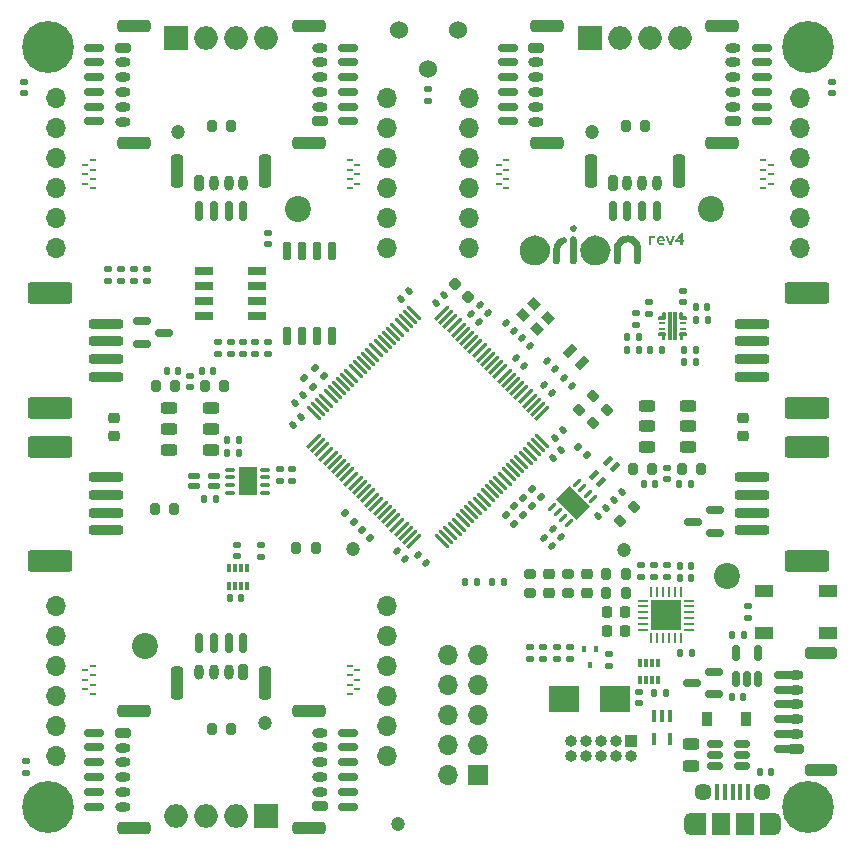
<source format=gts>
G04 #@! TF.GenerationSoftware,KiCad,Pcbnew,7.0.1*
G04 #@! TF.CreationDate,2023-07-10T20:02:04+02:00*
G04 #@! TF.ProjectId,orion_pcb,6f72696f-6e5f-4706-9362-2e6b69636164,4*
G04 #@! TF.SameCoordinates,Original*
G04 #@! TF.FileFunction,Soldermask,Top*
G04 #@! TF.FilePolarity,Negative*
%FSLAX46Y46*%
G04 Gerber Fmt 4.6, Leading zero omitted, Abs format (unit mm)*
G04 Created by KiCad (PCBNEW 7.0.1) date 2023-07-10 20:02:04*
%MOMM*%
%LPD*%
G01*
G04 APERTURE LIST*
G04 Aperture macros list*
%AMRoundRect*
0 Rectangle with rounded corners*
0 $1 Rounding radius*
0 $2 $3 $4 $5 $6 $7 $8 $9 X,Y pos of 4 corners*
0 Add a 4 corners polygon primitive as box body*
4,1,4,$2,$3,$4,$5,$6,$7,$8,$9,$2,$3,0*
0 Add four circle primitives for the rounded corners*
1,1,$1+$1,$2,$3*
1,1,$1+$1,$4,$5*
1,1,$1+$1,$6,$7*
1,1,$1+$1,$8,$9*
0 Add four rect primitives between the rounded corners*
20,1,$1+$1,$2,$3,$4,$5,0*
20,1,$1+$1,$4,$5,$6,$7,0*
20,1,$1+$1,$6,$7,$8,$9,0*
20,1,$1+$1,$8,$9,$2,$3,0*%
%AMRotRect*
0 Rectangle, with rotation*
0 The origin of the aperture is its center*
0 $1 length*
0 $2 width*
0 $3 Rotation angle, in degrees counterclockwise*
0 Add horizontal line*
21,1,$1,$2,0,0,$3*%
%AMOutline5P*
0 Free polygon, 5 corners , with rotation*
0 The origin of the aperture is its center*
0 number of corners: always 5*
0 $1 to $10 corner X, Y*
0 $11 Rotation angle, in degrees counterclockwise*
0 create outline with 5 corners*
4,1,5,$1,$2,$3,$4,$5,$6,$7,$8,$9,$10,$1,$2,$11*%
%AMOutline6P*
0 Free polygon, 6 corners , with rotation*
0 The origin of the aperture is its center*
0 number of corners: always 6*
0 $1 to $12 corner X, Y*
0 $13 Rotation angle, in degrees counterclockwise*
0 create outline with 6 corners*
4,1,6,$1,$2,$3,$4,$5,$6,$7,$8,$9,$10,$11,$12,$1,$2,$13*%
%AMOutline7P*
0 Free polygon, 7 corners , with rotation*
0 The origin of the aperture is its center*
0 number of corners: always 7*
0 $1 to $14 corner X, Y*
0 $15 Rotation angle, in degrees counterclockwise*
0 create outline with 7 corners*
4,1,7,$1,$2,$3,$4,$5,$6,$7,$8,$9,$10,$11,$12,$13,$14,$1,$2,$15*%
%AMOutline8P*
0 Free polygon, 8 corners , with rotation*
0 The origin of the aperture is its center*
0 number of corners: always 8*
0 $1 to $16 corner X, Y*
0 $17 Rotation angle, in degrees counterclockwise*
0 create outline with 8 corners*
4,1,8,$1,$2,$3,$4,$5,$6,$7,$8,$9,$10,$11,$12,$13,$14,$15,$16,$1,$2,$17*%
%AMFreePoly0*
4,1,21,-0.500000,0.100000,-0.492388,0.138268,-0.470711,0.170711,-0.438268,0.192388,-0.400000,0.200000,0.400000,0.200000,0.438268,0.192388,0.470711,0.170711,0.492388,0.138268,0.500000,0.100000,0.500000,-0.100000,0.492388,-0.138268,0.470711,-0.170711,0.438268,-0.192388,0.400000,-0.200000,-0.400000,-0.200000,-0.438268,-0.192388,-0.470711,-0.170711,-0.492388,-0.138268,-0.500000,-0.100000,
-0.500000,0.100000,-0.500000,0.100000,$1*%
G04 Aperture macros list end*
%ADD10C,1.105776*%
%ADD11RotRect,0.600000X1.100000X135.000000*%
%ADD12RoundRect,0.140000X0.140000X0.170000X-0.140000X0.170000X-0.140000X-0.170000X0.140000X-0.170000X0*%
%ADD13RoundRect,0.075000X-0.194454X-0.300520X0.300520X0.194454X0.194454X0.300520X-0.300520X-0.194454X0*%
%ADD14RotRect,1.600000X2.400000X45.000000*%
%ADD15FreePoly0,270.000000*%
%ADD16RoundRect,0.100000X-0.100000X0.400000X-0.100000X-0.400000X0.100000X-0.400000X0.100000X0.400000X0*%
%ADD17RoundRect,0.140000X-0.219203X-0.021213X-0.021213X-0.219203X0.219203X0.021213X0.021213X0.219203X0*%
%ADD18RoundRect,0.075000X0.459619X0.565685X-0.565685X-0.459619X-0.459619X-0.565685X0.565685X0.459619X0*%
%ADD19RoundRect,0.075000X-0.459619X0.565685X-0.565685X0.459619X0.459619X-0.565685X0.565685X-0.459619X0*%
%ADD20RoundRect,0.135000X-0.185000X0.135000X-0.185000X-0.135000X0.185000X-0.135000X0.185000X0.135000X0*%
%ADD21C,1.200000*%
%ADD22RoundRect,0.140000X-0.140000X-0.170000X0.140000X-0.170000X0.140000X0.170000X-0.140000X0.170000X0*%
%ADD23RoundRect,0.200000X-0.200000X-0.275000X0.200000X-0.275000X0.200000X0.275000X-0.200000X0.275000X0*%
%ADD24R,0.625000X0.200000*%
%ADD25C,2.200000*%
%ADD26C,0.700000*%
%ADD27C,4.400000*%
%ADD28RoundRect,0.200000X1.250000X-0.200000X1.250000X0.200000X-1.250000X0.200000X-1.250000X-0.200000X0*%
%ADD29RoundRect,0.250000X1.650000X-0.650000X1.650000X0.650000X-1.650000X0.650000X-1.650000X-0.650000X0*%
%ADD30RoundRect,0.135000X0.185000X-0.135000X0.185000X0.135000X-0.185000X0.135000X-0.185000X-0.135000X0*%
%ADD31RoundRect,0.135000X-0.135000X-0.185000X0.135000X-0.185000X0.135000X0.185000X-0.135000X0.185000X0*%
%ADD32RoundRect,0.150000X0.587500X0.150000X-0.587500X0.150000X-0.587500X-0.150000X0.587500X-0.150000X0*%
%ADD33RoundRect,0.140000X0.021213X-0.219203X0.219203X-0.021213X-0.021213X0.219203X-0.219203X0.021213X0*%
%ADD34RoundRect,0.150000X-0.587500X-0.150000X0.587500X-0.150000X0.587500X0.150000X-0.587500X0.150000X0*%
%ADD35RoundRect,0.135000X0.135000X0.185000X-0.135000X0.185000X-0.135000X-0.185000X0.135000X-0.185000X0*%
%ADD36RoundRect,0.140000X-0.170000X0.140000X-0.170000X-0.140000X0.170000X-0.140000X0.170000X0.140000X0*%
%ADD37RoundRect,0.140000X-0.021213X0.219203X-0.219203X0.021213X0.021213X-0.219203X0.219203X-0.021213X0*%
%ADD38RoundRect,0.135000X0.226274X0.035355X0.035355X0.226274X-0.226274X-0.035355X-0.035355X-0.226274X0*%
%ADD39RotRect,0.800000X0.900000X225.000000*%
%ADD40RoundRect,0.140000X0.219203X0.021213X0.021213X0.219203X-0.219203X-0.021213X-0.021213X-0.219203X0*%
%ADD41R,2.000000X2.000000*%
%ADD42O,2.000000X2.000000*%
%ADD43O,1.700000X1.700000*%
%ADD44R,0.400000X1.350000*%
%ADD45O,1.200000X1.900000*%
%ADD46R,1.200000X1.900000*%
%ADD47C,1.450000*%
%ADD48R,1.500000X1.900000*%
%ADD49RoundRect,0.218750X-0.256250X0.218750X-0.256250X-0.218750X0.256250X-0.218750X0.256250X0.218750X0*%
%ADD50RoundRect,0.135000X-0.226274X-0.035355X-0.035355X-0.226274X0.226274X0.035355X0.035355X0.226274X0*%
%ADD51RoundRect,0.150000X-0.700000X0.150000X-0.700000X-0.150000X0.700000X-0.150000X0.700000X0.150000X0*%
%ADD52RoundRect,0.200000X-0.450000X0.200000X-0.450000X-0.200000X0.450000X-0.200000X0.450000X0.200000X0*%
%ADD53O,1.300000X0.800000*%
%ADD54RoundRect,0.250000X-1.150000X0.250000X-1.150000X-0.250000X1.150000X-0.250000X1.150000X0.250000X0*%
%ADD55RoundRect,0.200000X0.200000X0.275000X-0.200000X0.275000X-0.200000X-0.275000X0.200000X-0.275000X0*%
%ADD56RoundRect,0.140000X0.170000X-0.140000X0.170000X0.140000X-0.170000X0.140000X-0.170000X-0.140000X0*%
%ADD57Outline7P,-0.304999X0.089998X-0.245000X0.149997X0.245000X0.149997X0.304999X0.089998X0.304999X-0.089998X0.245000X-0.149997X-0.304999X-0.149997X180.000000*%
%ADD58Outline6P,-0.127500X0.175001X0.127500X0.175001X0.127500X-0.124001X0.076500X-0.175001X-0.076500X-0.175001X-0.127500X-0.124001X180.000000*%
%ADD59R,0.599999X0.249999*%
%ADD60Outline7P,-0.304999X0.089998X-0.245000X0.149997X0.245000X0.149997X0.304999X0.089998X0.304999X-0.149997X-0.245000X-0.149997X-0.304999X-0.089998X0.000000*%
%ADD61Outline6P,-0.125000X0.175003X0.125000X0.175003X0.125000X-0.125003X0.075000X-0.175003X-0.075000X-0.175003X-0.125000X-0.125003X0.000000*%
%ADD62R,0.299999X2.400000*%
%ADD63Outline7P,-0.304999X0.089998X-0.245000X0.149997X0.245000X0.149997X0.304999X0.089998X0.304999X-0.089998X0.245000X-0.149997X-0.304999X-0.149997X0.000000*%
%ADD64Outline7P,-0.304999X0.089998X-0.245000X0.149997X0.245000X0.149997X0.304999X0.089998X0.304999X-0.149997X-0.245000X-0.149997X-0.304999X-0.089998X180.000000*%
%ADD65RoundRect,0.250000X-0.450000X-0.250000X0.450000X-0.250000X0.450000X0.250000X-0.450000X0.250000X0*%
%ADD66RoundRect,0.150000X0.150000X-0.650000X0.150000X0.650000X-0.150000X0.650000X-0.150000X-0.650000X0*%
%ADD67R,0.900000X1.200000*%
%ADD68RoundRect,0.218750X-0.218750X-0.256250X0.218750X-0.256250X0.218750X0.256250X-0.218750X0.256250X0*%
%ADD69RoundRect,0.200000X-1.250000X0.200000X-1.250000X-0.200000X1.250000X-0.200000X1.250000X0.200000X0*%
%ADD70RoundRect,0.250000X-1.650000X0.650000X-1.650000X-0.650000X1.650000X-0.650000X1.650000X0.650000X0*%
%ADD71RoundRect,0.218750X0.256250X-0.218750X0.256250X0.218750X-0.256250X0.218750X-0.256250X-0.218750X0*%
%ADD72RoundRect,0.218750X0.335876X0.026517X0.026517X0.335876X-0.335876X-0.026517X-0.026517X-0.335876X0*%
%ADD73RoundRect,0.200000X-0.053033X0.335876X-0.335876X0.053033X0.053033X-0.335876X0.335876X-0.053033X0*%
%ADD74RoundRect,0.150000X0.150000X-0.512500X0.150000X0.512500X-0.150000X0.512500X-0.150000X-0.512500X0*%
%ADD75R,1.600000X0.760000*%
%ADD76RoundRect,0.150000X0.700000X-0.150000X0.700000X0.150000X-0.700000X0.150000X-0.700000X-0.150000X0*%
%ADD77RoundRect,0.200000X0.450000X-0.200000X0.450000X0.200000X-0.450000X0.200000X-0.450000X-0.200000X0*%
%ADD78RoundRect,0.250000X1.150000X-0.250000X1.150000X0.250000X-1.150000X0.250000X-1.150000X-0.250000X0*%
%ADD79RoundRect,0.075000X0.350000X0.075000X-0.350000X0.075000X-0.350000X-0.075000X0.350000X-0.075000X0*%
%ADD80R,1.600000X2.400000*%
%ADD81RoundRect,0.250000X0.450000X0.250000X-0.450000X0.250000X-0.450000X-0.250000X0.450000X-0.250000X0*%
%ADD82RoundRect,0.200000X0.053033X-0.335876X0.335876X-0.053033X-0.053033X0.335876X-0.335876X0.053033X0*%
%ADD83RoundRect,0.062500X0.350000X0.062500X-0.350000X0.062500X-0.350000X-0.062500X0.350000X-0.062500X0*%
%ADD84RoundRect,0.062500X0.062500X0.350000X-0.062500X0.350000X-0.062500X-0.350000X0.062500X-0.350000X0*%
%ADD85R,2.600000X2.600000*%
%ADD86RoundRect,0.200000X-0.200000X-0.450000X0.200000X-0.450000X0.200000X0.450000X-0.200000X0.450000X0*%
%ADD87RoundRect,0.150000X-0.150000X-0.700000X0.150000X-0.700000X0.150000X0.700000X-0.150000X0.700000X0*%
%ADD88O,0.800000X1.300000*%
%ADD89RoundRect,0.250000X-0.250000X-1.150000X0.250000X-1.150000X0.250000X1.150000X-0.250000X1.150000X0*%
%ADD90RoundRect,0.020000X0.430000X-0.180000X0.430000X0.180000X-0.430000X0.180000X-0.430000X-0.180000X0*%
%ADD91R,0.400000X0.510000*%
%ADD92RoundRect,0.075000X-0.075000X0.275000X-0.075000X-0.275000X0.075000X-0.275000X0.075000X0.275000X0*%
%ADD93R,1.000000X1.000000*%
%ADD94O,1.000000X1.000000*%
%ADD95R,1.700000X1.700000*%
%ADD96RoundRect,0.243750X0.456250X-0.243750X0.456250X0.243750X-0.456250X0.243750X-0.456250X-0.243750X0*%
%ADD97RoundRect,0.020000X-0.431335X-0.176777X-0.176777X-0.431335X0.431335X0.176777X0.176777X0.431335X0*%
%ADD98RoundRect,0.200000X0.200000X0.450000X-0.200000X0.450000X-0.200000X-0.450000X0.200000X-0.450000X0*%
%ADD99RoundRect,0.150000X0.150000X0.700000X-0.150000X0.700000X-0.150000X-0.700000X0.150000X-0.700000X0*%
%ADD100RoundRect,0.250000X0.250000X1.150000X-0.250000X1.150000X-0.250000X-1.150000X0.250000X-1.150000X0*%
%ADD101C,1.524000*%
%ADD102RoundRect,0.150000X0.512500X0.150000X-0.512500X0.150000X-0.512500X-0.150000X0.512500X-0.150000X0*%
%ADD103R,2.500000X2.300000*%
%ADD104RoundRect,0.200000X-0.275000X0.200000X-0.275000X-0.200000X0.275000X-0.200000X0.275000X0.200000X0*%
%ADD105RoundRect,0.250000X1.100000X-0.250000X1.100000X0.250000X-1.100000X0.250000X-1.100000X-0.250000X0*%
%ADD106R,1.500000X1.000000*%
%ADD107RoundRect,0.075000X0.075000X-0.275000X0.075000X0.275000X-0.075000X0.275000X-0.075000X-0.275000X0*%
G04 APERTURE END LIST*
D10*
X164676861Y-85034107D02*
G75*
G03*
X164676861Y-85034107I-552888J0D01*
G01*
X159585692Y-85034107D02*
G75*
G03*
X159585692Y-85034107I-552888J0D01*
G01*
G36*
X170100001Y-90300001D02*
G01*
X170100001Y-90850002D01*
X170049999Y-90900002D01*
X169550000Y-90900000D01*
X169500000Y-90850002D01*
X169500000Y-90650000D01*
X169550000Y-90600000D01*
X169849999Y-90600000D01*
X169849999Y-90300001D01*
X169899999Y-90250001D01*
X170049999Y-90250001D01*
X170100001Y-90300001D01*
G37*
G36*
X170099999Y-92050002D02*
G01*
X170100001Y-92600001D01*
X170049999Y-92650001D01*
X169900002Y-92650001D01*
X169850002Y-92600001D01*
X169849999Y-92300002D01*
X169550000Y-92300002D01*
X169500000Y-92250002D01*
X169500000Y-92050000D01*
X169550000Y-92000002D01*
X170049999Y-92000000D01*
X170099999Y-92050002D01*
G37*
G36*
X171549998Y-90300001D02*
G01*
X171550001Y-90600000D01*
X171850000Y-90600000D01*
X171900000Y-90650000D01*
X171900000Y-90850002D01*
X171850000Y-90900000D01*
X171350001Y-90900002D01*
X171299999Y-90850002D01*
X171299999Y-90300001D01*
X171350001Y-90250001D01*
X171499998Y-90250001D01*
X171549998Y-90300001D01*
G37*
G36*
X171850000Y-92000002D02*
G01*
X171910000Y-92060000D01*
X171910000Y-92240001D01*
X171850000Y-92300002D01*
X171550001Y-92300002D01*
X171549998Y-92600001D01*
X171499998Y-92650001D01*
X171350001Y-92650001D01*
X171299999Y-92600001D01*
X171300000Y-92060001D01*
X171360000Y-92000001D01*
X171850000Y-92000002D01*
G37*
G36*
X162530906Y-82982656D02*
G01*
X162602344Y-83180300D01*
X162528525Y-83375563D01*
X162307069Y-83463669D01*
X162095137Y-83375563D01*
X162026081Y-83180300D01*
X162097519Y-82982656D01*
X162316594Y-82892169D01*
X162530906Y-82982656D01*
G37*
G36*
X162511856Y-83920869D02*
G01*
X162602344Y-84139944D01*
X162602344Y-85935406D01*
X162511856Y-86152100D01*
X162311831Y-86225919D01*
X162111806Y-86152100D01*
X162021319Y-85935406D01*
X162021319Y-84139944D01*
X162111806Y-83920869D01*
X162311831Y-83849431D01*
X162511856Y-83920869D01*
G37*
G36*
X161704612Y-83949444D02*
G01*
X161778431Y-84154231D01*
X161778431Y-84173281D01*
X161764144Y-84254244D01*
X161709375Y-84354256D01*
X161583169Y-84435219D01*
X161311706Y-84613813D01*
X161199787Y-84906706D01*
X161181928Y-85106136D01*
X161180737Y-85342475D01*
X161186095Y-85620486D01*
X161187881Y-85944931D01*
X161095012Y-86154481D01*
X160892606Y-86225919D01*
X160694962Y-86156863D01*
X160606856Y-85944931D01*
X160606856Y-84968619D01*
X160634241Y-84732280D01*
X160706869Y-84518563D01*
X160812239Y-84331634D01*
X160937850Y-84175663D01*
X161228362Y-83958969D01*
X161511731Y-83882769D01*
X161704612Y-83949444D01*
G37*
G36*
X167137434Y-83795258D02*
G01*
X167341031Y-83847050D01*
X167530341Y-83933370D01*
X167698219Y-84054219D01*
X167839903Y-84211381D01*
X167950631Y-84406644D01*
X168022069Y-84638816D01*
X168045881Y-84906706D01*
X168045881Y-85935406D01*
X167953013Y-86152100D01*
X167750606Y-86225919D01*
X167550581Y-86154481D01*
X167460094Y-85935406D01*
X167460094Y-84906706D01*
X167410087Y-84666200D01*
X167281500Y-84494750D01*
X167098144Y-84389975D01*
X166888594Y-84354256D01*
X166681425Y-84389975D01*
X166500450Y-84494750D01*
X166371862Y-84666200D01*
X166321856Y-84906706D01*
X166321856Y-85935406D01*
X166231369Y-86152100D01*
X166031344Y-86225919D01*
X165831319Y-86152100D01*
X165740831Y-85935406D01*
X165740831Y-84906706D01*
X165766430Y-84647150D01*
X165843225Y-84420931D01*
X165962287Y-84228050D01*
X166114687Y-84068506D01*
X166294472Y-83942895D01*
X166495688Y-83851813D01*
X166709405Y-83796448D01*
X166926694Y-83777994D01*
X167137434Y-83795258D01*
G37*
G36*
X158772698Y-86262828D02*
G01*
X158528025Y-86187819D01*
X158308355Y-86069947D01*
X158120831Y-85916356D01*
X157967836Y-85730619D01*
X157851750Y-85516306D01*
X157778527Y-85281753D01*
X157754119Y-85035294D01*
X157754351Y-85032913D01*
X158339906Y-85032913D01*
X158416106Y-85361525D01*
X158647087Y-85613938D01*
X158821514Y-85690733D01*
X159035231Y-85716331D01*
X159248948Y-85690733D01*
X159423375Y-85613938D01*
X159654356Y-85361525D01*
X159730556Y-85032913D01*
X159654356Y-84704300D01*
X159423375Y-84451888D01*
X159248948Y-84375092D01*
X159035231Y-84349494D01*
X158825086Y-84375092D01*
X158651850Y-84451888D01*
X158418487Y-84704300D01*
X158339906Y-85032913D01*
X157754351Y-85032913D01*
X157778527Y-84785263D01*
X157851750Y-84549519D01*
X157968431Y-84335206D01*
X158123212Y-84149469D01*
X158311927Y-83995878D01*
X158530406Y-83878006D01*
X158773294Y-83802997D01*
X159035231Y-83777994D01*
X159297169Y-83802402D01*
X159540056Y-83875625D01*
X159758536Y-83991711D01*
X159947250Y-84144706D01*
X160102627Y-84330444D01*
X160221094Y-84544756D01*
X160296103Y-84781691D01*
X160321106Y-85035294D01*
X160296698Y-85284730D01*
X160223475Y-85518688D01*
X160106794Y-85731214D01*
X159952012Y-85916356D01*
X159762703Y-86069947D01*
X159542437Y-86187819D01*
X159297764Y-86262828D01*
X159035231Y-86287831D01*
X158772698Y-86262828D01*
G37*
G36*
X163906673Y-86262828D02*
G01*
X163662000Y-86187819D01*
X163442330Y-86069947D01*
X163254806Y-85916356D01*
X163101811Y-85730619D01*
X162985725Y-85516306D01*
X162912502Y-85281753D01*
X162888094Y-85035294D01*
X162888326Y-85032913D01*
X163473881Y-85032913D01*
X163550081Y-85361525D01*
X163781062Y-85613938D01*
X163955489Y-85690733D01*
X164169206Y-85716331D01*
X164382923Y-85690733D01*
X164557350Y-85613938D01*
X164788331Y-85361525D01*
X164864531Y-85032913D01*
X164788331Y-84704300D01*
X164557350Y-84451888D01*
X164382923Y-84375092D01*
X164169206Y-84349494D01*
X163959061Y-84375092D01*
X163785825Y-84451888D01*
X163552462Y-84704300D01*
X163473881Y-85032913D01*
X162888326Y-85032913D01*
X162912502Y-84785263D01*
X162985725Y-84549519D01*
X163102406Y-84335206D01*
X163257187Y-84149469D01*
X163445902Y-83995878D01*
X163664381Y-83878006D01*
X163907269Y-83802997D01*
X164169206Y-83777994D01*
X164431144Y-83802402D01*
X164674031Y-83875625D01*
X164892511Y-83991711D01*
X165081225Y-84144706D01*
X165236602Y-84330444D01*
X165355069Y-84544756D01*
X165430078Y-84781691D01*
X165455081Y-85035294D01*
X165430673Y-85284730D01*
X165357450Y-85518688D01*
X165240769Y-85731214D01*
X165085987Y-85916356D01*
X164896678Y-86069947D01*
X164676413Y-86187819D01*
X164431739Y-86262828D01*
X164169206Y-86287831D01*
X163906673Y-86262828D01*
G37*
G36*
X169062648Y-83807882D02*
G01*
X169125354Y-83813438D01*
X169192823Y-83822963D01*
X169253942Y-83838044D01*
X169219017Y-84019019D01*
X169173773Y-84009494D01*
X169120592Y-84000763D01*
X169068204Y-83995207D01*
X169025341Y-83993619D01*
X168944379Y-83997588D01*
X168863416Y-84012669D01*
X168863416Y-84566707D01*
X168666567Y-84566707D01*
X168666567Y-83869794D01*
X168745346Y-83843998D01*
X168826110Y-83823757D01*
X168914812Y-83810660D01*
X169017404Y-83806294D01*
X169062648Y-83807882D01*
G37*
G36*
X170949392Y-84334932D02*
G01*
X170949392Y-84192057D01*
X170958517Y-84174594D01*
X171136717Y-84174594D01*
X171358967Y-84174594D01*
X171358967Y-83828519D01*
X171300229Y-83906307D01*
X171240698Y-83992826D01*
X171184342Y-84084107D01*
X171136717Y-84174594D01*
X170958517Y-84174594D01*
X170983920Y-84125977D01*
X171027179Y-84051563D01*
X171077185Y-83971990D01*
X171131954Y-83890432D01*
X171190692Y-83808477D01*
X171252604Y-83727713D01*
X171316104Y-83651712D01*
X171379604Y-83584044D01*
X171554229Y-83584044D01*
X171554229Y-84174594D01*
X171660592Y-84174594D01*
X171660592Y-84334932D01*
X171554229Y-84334932D01*
X171554229Y-84566707D01*
X171358967Y-84566707D01*
X171358967Y-84334932D01*
X171136717Y-84334932D01*
X170949392Y-84334932D01*
G37*
G36*
X170355468Y-83882891D02*
G01*
X170373923Y-83949169D01*
X170394362Y-84017630D01*
X170415992Y-84086488D01*
X170438415Y-84154552D01*
X170461235Y-84220632D01*
X170504892Y-84339695D01*
X170550929Y-84220632D01*
X170576131Y-84154552D01*
X170600935Y-84086488D01*
X170625145Y-84017630D01*
X170648560Y-83949169D01*
X170669396Y-83882891D01*
X170685867Y-83820582D01*
X170884304Y-83820582D01*
X170850074Y-83931062D01*
X170814057Y-84037077D01*
X170776255Y-84138628D01*
X170736667Y-84235713D01*
X170683750Y-84356804D01*
X170632950Y-84467135D01*
X170584267Y-84566707D01*
X170420754Y-84566707D01*
X170372864Y-84467135D01*
X170324446Y-84356804D01*
X170275498Y-84235713D01*
X170239035Y-84138628D01*
X170203465Y-84037077D01*
X170168788Y-83931062D01*
X170135004Y-83820582D01*
X170339792Y-83820582D01*
X170355468Y-83882891D01*
G37*
G36*
X169569854Y-84257144D02*
G01*
X169584935Y-84322430D01*
X169630179Y-84372238D01*
X169699235Y-84403790D01*
X169785754Y-84414307D01*
X169897673Y-84401607D01*
X169987367Y-84376207D01*
X170014354Y-84542895D01*
X169906404Y-84572263D01*
X169777817Y-84584169D01*
X169687527Y-84578018D01*
X169607160Y-84559563D01*
X169537310Y-84529004D01*
X169478573Y-84486538D01*
X169431543Y-84432365D01*
X169396817Y-84366682D01*
X169375385Y-84289291D01*
X169368242Y-84199994D01*
X169374585Y-84122207D01*
X169569854Y-84122207D01*
X169868304Y-84122207D01*
X169860367Y-84064263D01*
X169834967Y-84014257D01*
X169790517Y-83978538D01*
X169723842Y-83965044D01*
X169657960Y-83977744D01*
X169611923Y-84012669D01*
X169583348Y-84063469D01*
X169569854Y-84122207D01*
X169374585Y-84122207D01*
X169375782Y-84107523D01*
X169398404Y-84026957D01*
X169433329Y-83958496D01*
X169477779Y-83902338D01*
X169530563Y-83858484D01*
X169590492Y-83826932D01*
X169654785Y-83807882D01*
X169720667Y-83801532D01*
X169821914Y-83812380D01*
X169905522Y-83844924D01*
X169971492Y-83899163D01*
X170019117Y-83974217D01*
X170047692Y-84069202D01*
X170057217Y-84184120D01*
X170056423Y-84223807D01*
X170054042Y-84257144D01*
X169868304Y-84257144D01*
X169569854Y-84257144D01*
G37*
D11*
X163019975Y-94569975D03*
X162030025Y-93580025D03*
D12*
X128830000Y-95275000D03*
X127870000Y-95275000D03*
D13*
X160535195Y-106760481D03*
X160994814Y-107220100D03*
X161454434Y-107679720D03*
X161914053Y-108139339D03*
X163964663Y-106088729D03*
X163505044Y-105629110D03*
X163045424Y-105169490D03*
X162585805Y-104709871D03*
D14*
X162249929Y-106424605D03*
D15*
X170450000Y-124500000D03*
X169800000Y-124500000D03*
X169150000Y-124500000D03*
X169150000Y-126400000D03*
D16*
X170450000Y-126400000D03*
D17*
X154425000Y-89700000D03*
X155103822Y-90378822D03*
D18*
X159669685Y-98815596D03*
X159316132Y-98462043D03*
X158962578Y-98108489D03*
X158609025Y-97754936D03*
X158255472Y-97401383D03*
X157901918Y-97047829D03*
X157548365Y-96694276D03*
X157194811Y-96340722D03*
X156841258Y-95987169D03*
X156487705Y-95633616D03*
X156134151Y-95280062D03*
X155780598Y-94926509D03*
X155427045Y-94572955D03*
X155073491Y-94219402D03*
X154719938Y-93865849D03*
X154366384Y-93512295D03*
X154012831Y-93158742D03*
X153659278Y-92805189D03*
X153305724Y-92451635D03*
X152952171Y-92098082D03*
X152598617Y-91744528D03*
X152245064Y-91390975D03*
X151891511Y-91037422D03*
X151537957Y-90683868D03*
X151184404Y-90330315D03*
D19*
X148815596Y-90330315D03*
X148462043Y-90683868D03*
X148108489Y-91037422D03*
X147754936Y-91390975D03*
X147401383Y-91744528D03*
X147047829Y-92098082D03*
X146694276Y-92451635D03*
X146340722Y-92805189D03*
X145987169Y-93158742D03*
X145633616Y-93512295D03*
X145280062Y-93865849D03*
X144926509Y-94219402D03*
X144572955Y-94572955D03*
X144219402Y-94926509D03*
X143865849Y-95280062D03*
X143512295Y-95633616D03*
X143158742Y-95987169D03*
X142805189Y-96340722D03*
X142451635Y-96694276D03*
X142098082Y-97047829D03*
X141744528Y-97401383D03*
X141390975Y-97754936D03*
X141037422Y-98108489D03*
X140683868Y-98462043D03*
X140330315Y-98815596D03*
D18*
X140330315Y-101184404D03*
X140683868Y-101537957D03*
X141037422Y-101891511D03*
X141390975Y-102245064D03*
X141744528Y-102598617D03*
X142098082Y-102952171D03*
X142451635Y-103305724D03*
X142805189Y-103659278D03*
X143158742Y-104012831D03*
X143512295Y-104366384D03*
X143865849Y-104719938D03*
X144219402Y-105073491D03*
X144572955Y-105427045D03*
X144926509Y-105780598D03*
X145280062Y-106134151D03*
X145633616Y-106487705D03*
X145987169Y-106841258D03*
X146340722Y-107194811D03*
X146694276Y-107548365D03*
X147047829Y-107901918D03*
X147401383Y-108255472D03*
X147754936Y-108609025D03*
X148108489Y-108962578D03*
X148462043Y-109316132D03*
X148815596Y-109669685D03*
D19*
X151184404Y-109669685D03*
X151537957Y-109316132D03*
X151891511Y-108962578D03*
X152245064Y-108609025D03*
X152598617Y-108255472D03*
X152952171Y-107901918D03*
X153305724Y-107548365D03*
X153659278Y-107194811D03*
X154012831Y-106841258D03*
X154366384Y-106487705D03*
X154719938Y-106134151D03*
X155073491Y-105780598D03*
X155427045Y-105427045D03*
X155780598Y-105073491D03*
X156134151Y-104719938D03*
X156487705Y-104366384D03*
X156841258Y-104012831D03*
X157194811Y-103659278D03*
X157548365Y-103305724D03*
X157901918Y-102952171D03*
X158255472Y-102598617D03*
X158609025Y-102245064D03*
X158962578Y-101891511D03*
X159316132Y-101537957D03*
X159669685Y-101184404D03*
D20*
X122925000Y-86615000D03*
X122925000Y-87635000D03*
X168025000Y-111690000D03*
X168025000Y-112710000D03*
D21*
X163850000Y-74975000D03*
D22*
X133015000Y-102175002D03*
X133975000Y-102175002D03*
D23*
X131675000Y-74475000D03*
X133325000Y-74475000D03*
D24*
X156612500Y-79797500D03*
X156612500Y-78997500D03*
X156612500Y-78197500D03*
X156612500Y-77397500D03*
X155987500Y-77797500D03*
X155987500Y-78597500D03*
X155987500Y-79397500D03*
D25*
X139000000Y-81500000D03*
D26*
X116150000Y-67800000D03*
X116633274Y-66633274D03*
X116633274Y-68966726D03*
X117800000Y-66150000D03*
D27*
X117800000Y-67800000D03*
D26*
X117800000Y-69450000D03*
X118966726Y-66633274D03*
X118966726Y-68966726D03*
X119450000Y-67800000D03*
D28*
X177387500Y-95750000D03*
X177387500Y-94250000D03*
X177387500Y-92750000D03*
X177387500Y-91250000D03*
D29*
X182087500Y-98350000D03*
X182087500Y-88650000D03*
D30*
X160900000Y-119660000D03*
X160900000Y-118640000D03*
D31*
X168815000Y-93449999D03*
X169835000Y-93449999D03*
D32*
X174312501Y-108950000D03*
X174312501Y-107050000D03*
X172437501Y-108000000D03*
D33*
X160760589Y-100889411D03*
X161439411Y-100210589D03*
D34*
X125787500Y-91050000D03*
X125787500Y-92950000D03*
X127662500Y-92000000D03*
D35*
X132090000Y-106080000D03*
X131070000Y-106080000D03*
D24*
X121612500Y-79797500D03*
X121612500Y-78997500D03*
X121612500Y-78197500D03*
X121612500Y-77397500D03*
X120987500Y-77797500D03*
X120987500Y-78597500D03*
X120987500Y-79397500D03*
D36*
X115800000Y-70745000D03*
X115800000Y-71705000D03*
D37*
X165081890Y-106880690D03*
X164403068Y-107559512D03*
D23*
X167350000Y-103525000D03*
X169000000Y-103525000D03*
D12*
X134155000Y-114475000D03*
X133195000Y-114475000D03*
D21*
X166570000Y-110400000D03*
D38*
X158031248Y-107441248D03*
X157310000Y-106720000D03*
D20*
X124025000Y-86615000D03*
X124025000Y-87635000D03*
D39*
X160127739Y-90786700D03*
X158961013Y-89619974D03*
X158077129Y-90503858D03*
X159243855Y-91670584D03*
D26*
X180550000Y-132200000D03*
X181033274Y-131033274D03*
X181033274Y-133366726D03*
X182200000Y-130550000D03*
D27*
X182200000Y-132200000D03*
D26*
X182200000Y-133850000D03*
X183366726Y-131033274D03*
X183366726Y-133366726D03*
X183850000Y-132200000D03*
D36*
X138480000Y-103570000D03*
X138480000Y-104530000D03*
D37*
X161239411Y-101935589D03*
X160560589Y-102614411D03*
D21*
X147475000Y-133625000D03*
D30*
X158600000Y-119660000D03*
X158600000Y-118640000D03*
D22*
X171345000Y-111725000D03*
X172305000Y-111725000D03*
X130870000Y-95275000D03*
X131830000Y-95275000D03*
D20*
X135390000Y-92800000D03*
X135390000Y-93820000D03*
D40*
X161245837Y-109309600D03*
X160567015Y-108630778D03*
D41*
X128690000Y-67037500D03*
D42*
X131230000Y-67037500D03*
D43*
X118500000Y-72117500D03*
X118500000Y-74657500D03*
X118500000Y-77197500D03*
X118500000Y-79737500D03*
X118500000Y-82277500D03*
X118500000Y-84817500D03*
X146500000Y-84817500D03*
X146500000Y-82277500D03*
X146500000Y-79737500D03*
X146500000Y-77197500D03*
X146500000Y-74657500D03*
X146500000Y-72117500D03*
D42*
X133770000Y-67037500D03*
X136310000Y-67037500D03*
D44*
X174500000Y-130937500D03*
X175150000Y-130937500D03*
X175800000Y-130937500D03*
X176450000Y-130937500D03*
X177100000Y-130937500D03*
D45*
X172300000Y-133637500D03*
D46*
X172900000Y-133637500D03*
D47*
X173300000Y-130937500D03*
D48*
X174800000Y-133637500D03*
X176800000Y-133637500D03*
D47*
X178300000Y-130937500D03*
D46*
X178700000Y-133637500D03*
D45*
X179300000Y-133637500D03*
D49*
X176675000Y-99212500D03*
X176675000Y-100787500D03*
D24*
X178387500Y-77397500D03*
X178387500Y-78197500D03*
X178387500Y-78997500D03*
X178387500Y-79797500D03*
X179012500Y-79397500D03*
X179012500Y-78597500D03*
X179012500Y-77797500D03*
D50*
X140439376Y-94964376D03*
X141160624Y-95685624D03*
D20*
X133280000Y-92820000D03*
X133280000Y-93840000D03*
D17*
X157460589Y-94160589D03*
X158139411Y-94839411D03*
D40*
X158592581Y-93176542D03*
X157913759Y-92497720D03*
D51*
X156750000Y-67875000D03*
D52*
X159150000Y-67880000D03*
D51*
X156750000Y-69125000D03*
D53*
X159150000Y-69130000D03*
D51*
X156750000Y-70375000D03*
D53*
X159150000Y-70380000D03*
D51*
X156750000Y-71625000D03*
D53*
X159150000Y-71630000D03*
D51*
X156750000Y-72875000D03*
D53*
X159150000Y-72880000D03*
D51*
X156750000Y-74125000D03*
D53*
X159150000Y-74130000D03*
D54*
X160100000Y-66025000D03*
X160100000Y-75975000D03*
D55*
X128600000Y-96550000D03*
X126950000Y-96550000D03*
X133325000Y-125525000D03*
X131675000Y-125525000D03*
D56*
X116000000Y-129255000D03*
X116000000Y-128295000D03*
D40*
X160503375Y-110052062D03*
X159824553Y-109373240D03*
D22*
X169170000Y-122500000D03*
X170130000Y-122500000D03*
D57*
X169792501Y-90745003D03*
D58*
X169970000Y-90420001D03*
D59*
X169799999Y-91225000D03*
X169799999Y-91675002D03*
D60*
X169790000Y-92150001D03*
D61*
X169969999Y-92475001D03*
D62*
X170450000Y-91450001D03*
X170950000Y-91450001D03*
D61*
X171425000Y-92474998D03*
D63*
X171604999Y-92149998D03*
D59*
X171600001Y-91675002D03*
X171600001Y-91225000D03*
D58*
X171422501Y-90424999D03*
D64*
X171600000Y-90750001D03*
D32*
X174187500Y-122600000D03*
X174187500Y-120700000D03*
X172312500Y-121650000D03*
D56*
X133825000Y-110930000D03*
X133825000Y-109970000D03*
D20*
X165325000Y-119190000D03*
X165325000Y-120210000D03*
D65*
X168500000Y-98175000D03*
X168500000Y-99925000D03*
X168500000Y-101675000D03*
X172000000Y-98175000D03*
X172000000Y-99925000D03*
X172000000Y-101675000D03*
D35*
X173710000Y-90974999D03*
X172690000Y-90974999D03*
D56*
X177050000Y-116130000D03*
X177050000Y-115170000D03*
D66*
X138045000Y-92325000D03*
X139315000Y-92325000D03*
X140585000Y-92325000D03*
X141855000Y-92325000D03*
X141855000Y-85125000D03*
X140585000Y-85125000D03*
X139315000Y-85125000D03*
X138045000Y-85125000D03*
D67*
X176950000Y-124700000D03*
X173650000Y-124700000D03*
D68*
X165112500Y-115650000D03*
X166687500Y-115650000D03*
D69*
X122712500Y-104250000D03*
X122712500Y-105750000D03*
X122712500Y-107250000D03*
X122712500Y-108750000D03*
D70*
X118012500Y-101650000D03*
X118012500Y-111350000D03*
D28*
X177387500Y-108750000D03*
X177387500Y-107250000D03*
X177387500Y-105750000D03*
X177387500Y-104250000D03*
D29*
X182087500Y-111350000D03*
X182087500Y-101650000D03*
D71*
X123425000Y-100787500D03*
X123425000Y-99212500D03*
D20*
X136450000Y-92800000D03*
X136450000Y-93820000D03*
D72*
X153356847Y-89016847D03*
X152243153Y-87903153D03*
D17*
X153675000Y-90450000D03*
X154353822Y-91128822D03*
D30*
X168674999Y-90444999D03*
X168674999Y-89424999D03*
D51*
X121750000Y-67875000D03*
D52*
X124150000Y-67880000D03*
D51*
X121750000Y-69125000D03*
D53*
X124150000Y-69130000D03*
D51*
X121750000Y-70375000D03*
D53*
X124150000Y-70380000D03*
D51*
X121750000Y-71625000D03*
D53*
X124150000Y-71630000D03*
D51*
X121750000Y-72875000D03*
D53*
X124150000Y-72880000D03*
D51*
X121750000Y-74125000D03*
D53*
X124150000Y-74130000D03*
D54*
X125100000Y-66025000D03*
X125100000Y-75975000D03*
D23*
X165075000Y-114050000D03*
X166725000Y-114050000D03*
D73*
X163986726Y-97353274D03*
X162820000Y-98520000D03*
D74*
X176075000Y-121367500D03*
X177025000Y-121367500D03*
X177975000Y-121367500D03*
X177975000Y-119092500D03*
X176075000Y-119092500D03*
D75*
X131040000Y-86815000D03*
X131040000Y-88085000D03*
X131040000Y-89355000D03*
X131040000Y-90625000D03*
X135540000Y-90625000D03*
X135540000Y-89355000D03*
X135540000Y-88085000D03*
X135540000Y-86815000D03*
D56*
X129850000Y-96630000D03*
X129850000Y-95670000D03*
D30*
X150000000Y-72360000D03*
X150000000Y-71340000D03*
D20*
X135825000Y-109990000D03*
X135825000Y-111010000D03*
D50*
X142989376Y-107289376D03*
X143710624Y-108010624D03*
D24*
X143387500Y-77397500D03*
X143387500Y-78197500D03*
X143387500Y-78997500D03*
X143387500Y-79797500D03*
X144012500Y-79397500D03*
X144012500Y-78597500D03*
X144012500Y-77797500D03*
D76*
X143250000Y-74125000D03*
D77*
X140850000Y-74120000D03*
D76*
X143250000Y-72875000D03*
D53*
X140850000Y-72870000D03*
D76*
X143250000Y-71625000D03*
D53*
X140850000Y-71620000D03*
D76*
X143250000Y-70375000D03*
D53*
X140850000Y-70370000D03*
D76*
X143250000Y-69125000D03*
D53*
X140850000Y-69120000D03*
D76*
X143250000Y-67875000D03*
D53*
X140850000Y-67870000D03*
D78*
X139900000Y-75975000D03*
X139900000Y-66025000D03*
D31*
X153140000Y-113125000D03*
X154160000Y-113125000D03*
D22*
X175770000Y-117600000D03*
X176730000Y-117600000D03*
D17*
X149121178Y-110796178D03*
X149800000Y-111475000D03*
D79*
X136175000Y-105550000D03*
X136175000Y-104900000D03*
X136175000Y-104250000D03*
X136175000Y-103600000D03*
X133275000Y-103600000D03*
X133275000Y-104250000D03*
X133275000Y-104900000D03*
X133275000Y-105550000D03*
D80*
X134725000Y-104575000D03*
D81*
X131600000Y-101900000D03*
X131600000Y-100150000D03*
X131600000Y-98400000D03*
X128100000Y-101900000D03*
X128100000Y-100150000D03*
X128100000Y-98400000D03*
D82*
X166246637Y-107943363D03*
X167413363Y-106776637D03*
D37*
X139239411Y-99110589D03*
X138560589Y-99789411D03*
D38*
X158785624Y-106710624D03*
X158064376Y-105989376D03*
D22*
X171700000Y-93500000D03*
X172660000Y-93500000D03*
D17*
X159785589Y-96460589D03*
X160464411Y-97139411D03*
D55*
X132750000Y-96550000D03*
X131100000Y-96550000D03*
D22*
X171345000Y-112750000D03*
X172305000Y-112750000D03*
D83*
X172087500Y-117187500D03*
X172087500Y-116687500D03*
X172087500Y-116187500D03*
X172087500Y-115687500D03*
X172087500Y-115187500D03*
X172087500Y-114687500D03*
D84*
X171400000Y-114000000D03*
X170900000Y-114000000D03*
X170400000Y-114000000D03*
X169900000Y-114000000D03*
X169400000Y-114000000D03*
X168900000Y-114000000D03*
D83*
X168212500Y-114687500D03*
X168212500Y-115187500D03*
X168212500Y-115687500D03*
X168212500Y-116187500D03*
X168212500Y-116687500D03*
X168212500Y-117187500D03*
D84*
X168900000Y-117875000D03*
X169400000Y-117875000D03*
X169900000Y-117875000D03*
X170400000Y-117875000D03*
X170900000Y-117875000D03*
X171400000Y-117875000D03*
D85*
X170150000Y-115937500D03*
D25*
X126000000Y-118500000D03*
D86*
X165625000Y-79300000D03*
D87*
X165625000Y-81700000D03*
D88*
X166875000Y-79300000D03*
D87*
X166875000Y-81700000D03*
D88*
X168125000Y-79300000D03*
D87*
X168125000Y-81700000D03*
D88*
X169375000Y-79300000D03*
D87*
X169375000Y-81700000D03*
D89*
X163775000Y-78350000D03*
X171225000Y-78350000D03*
D36*
X170250000Y-103445000D03*
X170250000Y-104405000D03*
X167850000Y-122420000D03*
X167850000Y-123380000D03*
D12*
X169230000Y-104799999D03*
X168270000Y-104799999D03*
D20*
X125125000Y-86615000D03*
X125125000Y-87635000D03*
D90*
X131900000Y-104975000D03*
X131900000Y-104175000D03*
X130200000Y-104175000D03*
X130200000Y-104975000D03*
D41*
X136310000Y-132962500D03*
D42*
X133770000Y-132962500D03*
D43*
X146500000Y-127882500D03*
X146500000Y-125342500D03*
X146500000Y-122802500D03*
X146500000Y-120262500D03*
X146500000Y-117722500D03*
X146500000Y-115182500D03*
X118500000Y-115182500D03*
X118500000Y-117722500D03*
X118500000Y-120262500D03*
X118500000Y-122802500D03*
X118500000Y-125342500D03*
X118500000Y-127882500D03*
D42*
X131230000Y-132962500D03*
X128690000Y-132962500D03*
D17*
X156588454Y-91156299D03*
X157267276Y-91835121D03*
D38*
X145110624Y-109410624D03*
X144389376Y-108689376D03*
D23*
X171500000Y-103525000D03*
X173150000Y-103525000D03*
D22*
X172694999Y-89875000D03*
X173654999Y-89875000D03*
D20*
X170200000Y-111690000D03*
X170200000Y-112710000D03*
D91*
X164200000Y-118830000D03*
X163200000Y-118830000D03*
X163700000Y-120120000D03*
D76*
X178250000Y-74125000D03*
D77*
X175850000Y-74120000D03*
D76*
X178250000Y-72875000D03*
D53*
X175850000Y-72870000D03*
D76*
X178250000Y-71625000D03*
D53*
X175850000Y-71620000D03*
D76*
X178250000Y-70375000D03*
D53*
X175850000Y-70370000D03*
D76*
X178250000Y-69125000D03*
D53*
X175850000Y-69120000D03*
D76*
X178250000Y-67875000D03*
D53*
X175850000Y-67870000D03*
D78*
X174900000Y-75975000D03*
X174900000Y-66025000D03*
D38*
X163435624Y-102385624D03*
X162714376Y-101664376D03*
D20*
X132210000Y-92830000D03*
X132210000Y-93850000D03*
D69*
X122712500Y-91250000D03*
X122712500Y-92750000D03*
X122712500Y-94250000D03*
X122712500Y-95750000D03*
D70*
X118012500Y-88650000D03*
X118012500Y-98350000D03*
D38*
X157300624Y-108180624D03*
X156579376Y-107459376D03*
D31*
X166840000Y-93449999D03*
X167860000Y-93449999D03*
D37*
X151349411Y-88800589D03*
X150670589Y-89479411D03*
D30*
X162050000Y-119660000D03*
X162050000Y-118640000D03*
D12*
X172660001Y-94525001D03*
X171700001Y-94525001D03*
D26*
X116150000Y-132200000D03*
X116633274Y-131033274D03*
X116633274Y-133366726D03*
X117800000Y-130550000D03*
D27*
X117800000Y-132200000D03*
D26*
X117800000Y-133850000D03*
X118966726Y-131033274D03*
X118966726Y-133366726D03*
X119450000Y-132200000D03*
D92*
X169450000Y-119960000D03*
X168950000Y-119960000D03*
X168450000Y-119960000D03*
X167950000Y-119960000D03*
X167950000Y-121440000D03*
X168450000Y-121440000D03*
X168950000Y-121440000D03*
X169450000Y-121440000D03*
D50*
X139539376Y-95864376D03*
X140260624Y-96585624D03*
D22*
X132995000Y-101100000D03*
X133955000Y-101100000D03*
D71*
X160225000Y-114037500D03*
X160225000Y-112462500D03*
D86*
X130625000Y-79300000D03*
D87*
X130625000Y-81700000D03*
D88*
X131875000Y-79300000D03*
D87*
X131875000Y-81700000D03*
D88*
X133125000Y-79300000D03*
D87*
X133125000Y-81700000D03*
D88*
X134375000Y-79300000D03*
D87*
X134375000Y-81700000D03*
D89*
X128775000Y-78350000D03*
X136225000Y-78350000D03*
D17*
X160110589Y-94435589D03*
X160789411Y-95114411D03*
D93*
X167157500Y-126547500D03*
D94*
X167157500Y-127817500D03*
X165887500Y-126547500D03*
X165887500Y-127817500D03*
X164617500Y-126547500D03*
X164617500Y-127817500D03*
X163347500Y-126547500D03*
X163347500Y-127817500D03*
X162077500Y-126547500D03*
X162077500Y-127817500D03*
D25*
X175300000Y-112600000D03*
D22*
X175745000Y-122875000D03*
X176705000Y-122875000D03*
D30*
X169125000Y-112710000D03*
X169125000Y-111690000D03*
D31*
X166815000Y-92375000D03*
X167835000Y-92375000D03*
D30*
X167625000Y-91360000D03*
X167625000Y-90340000D03*
D68*
X165112500Y-117300000D03*
X166687500Y-117300000D03*
D23*
X166725000Y-74475000D03*
X168375000Y-74475000D03*
D17*
X147335589Y-110510589D03*
X148014411Y-111189411D03*
D55*
X166725000Y-112450000D03*
X165075000Y-112450000D03*
D33*
X165764249Y-106198331D03*
X166443071Y-105519509D03*
D21*
X136200000Y-125025000D03*
D24*
X121612500Y-122602500D03*
X121612500Y-121802500D03*
X121612500Y-121002500D03*
X121612500Y-120202500D03*
X120987500Y-120602500D03*
X120987500Y-121402500D03*
X120987500Y-122202500D03*
D23*
X138850000Y-110250000D03*
X140500000Y-110250000D03*
D22*
X171270000Y-104799999D03*
X172230000Y-104799999D03*
D41*
X163690000Y-67037500D03*
D42*
X166230000Y-67037500D03*
D43*
X153500000Y-72117500D03*
X153500000Y-74657500D03*
X153500000Y-77197500D03*
X153500000Y-79737500D03*
X153500000Y-82277500D03*
X153500000Y-84817500D03*
X181500000Y-84817500D03*
X181500000Y-82277500D03*
X181500000Y-79737500D03*
X181500000Y-77197500D03*
X181500000Y-74657500D03*
X181500000Y-72117500D03*
D42*
X168770000Y-67037500D03*
X171310000Y-67037500D03*
D40*
X162164411Y-96489411D03*
X161485589Y-95810589D03*
D71*
X163450000Y-114012500D03*
X163450000Y-112437500D03*
D95*
X154220000Y-129430000D03*
D43*
X151680000Y-129430000D03*
X154220000Y-126890000D03*
X151680000Y-126890000D03*
X154220000Y-124350000D03*
X151680000Y-124350000D03*
X154220000Y-121810000D03*
X151680000Y-121810000D03*
X154220000Y-119270000D03*
X151680000Y-119270000D03*
D30*
X159750000Y-119660000D03*
X159750000Y-118640000D03*
D96*
X172250000Y-128687500D03*
X172250000Y-126812500D03*
D36*
X184200000Y-70745000D03*
X184200000Y-71705000D03*
D97*
X164064143Y-104044704D03*
X164629828Y-104610389D03*
X165831909Y-103408308D03*
X165266224Y-102842623D03*
D21*
X143650000Y-110325000D03*
D98*
X134375000Y-120700000D03*
D99*
X134375000Y-118300000D03*
D88*
X133125000Y-120700000D03*
D99*
X133125000Y-118300000D03*
D88*
X131875000Y-120700000D03*
D99*
X131875000Y-118300000D03*
D88*
X130625000Y-120700000D03*
D99*
X130625000Y-118300000D03*
D100*
X136225000Y-121650000D03*
X128775000Y-121650000D03*
D12*
X179080000Y-129225000D03*
X178120000Y-129225000D03*
D36*
X137450000Y-103570000D03*
X137450000Y-104530000D03*
D33*
X147735589Y-89139411D03*
X148414411Y-88460589D03*
D23*
X126875000Y-106950000D03*
X128525000Y-106950000D03*
D101*
X152500000Y-66350000D03*
X150000000Y-69660000D03*
X147500000Y-66350000D03*
D25*
X174000000Y-81500000D03*
D102*
X176612500Y-128700000D03*
X176612500Y-127750000D03*
X176612500Y-126800000D03*
X174337500Y-126800000D03*
X174337500Y-127750000D03*
X174337500Y-128700000D03*
D21*
X128800000Y-74975000D03*
D24*
X143387500Y-120202500D03*
X143387500Y-121002500D03*
X143387500Y-121802500D03*
X143387500Y-122602500D03*
X144012500Y-122202500D03*
X144012500Y-121402500D03*
X144012500Y-120602500D03*
D103*
X161500000Y-123000000D03*
X165800000Y-123000000D03*
D51*
X121750000Y-125875000D03*
D52*
X124150000Y-125880000D03*
D51*
X121750000Y-127125000D03*
D53*
X124150000Y-127130000D03*
D51*
X121750000Y-128375000D03*
D53*
X124150000Y-128380000D03*
D51*
X121750000Y-129625000D03*
D53*
X124150000Y-129630000D03*
D51*
X121750000Y-130875000D03*
D53*
X124150000Y-130880000D03*
D51*
X121750000Y-132125000D03*
D53*
X124150000Y-132130000D03*
D54*
X125100000Y-124025000D03*
X125100000Y-133975000D03*
D104*
X161825000Y-112400000D03*
X161825000Y-114050000D03*
D35*
X172335000Y-119100000D03*
X171315000Y-119100000D03*
D26*
X180550000Y-67800000D03*
X181033274Y-66633274D03*
X181033274Y-68966726D03*
X182200000Y-66150000D03*
D27*
X182200000Y-67800000D03*
D26*
X182200000Y-69450000D03*
X183366726Y-66633274D03*
X183366726Y-68966726D03*
X183850000Y-67800000D03*
D76*
X143250000Y-132125000D03*
D77*
X140850000Y-132120000D03*
D76*
X143250000Y-130875000D03*
D53*
X140850000Y-130870000D03*
D76*
X143250000Y-129625000D03*
D53*
X140850000Y-129620000D03*
D76*
X143250000Y-128375000D03*
D53*
X140850000Y-128370000D03*
D76*
X143250000Y-127125000D03*
D53*
X140850000Y-127120000D03*
D76*
X143250000Y-125875000D03*
D53*
X140850000Y-125870000D03*
D78*
X139900000Y-133975000D03*
X139900000Y-124025000D03*
D20*
X126225000Y-86615000D03*
X126225000Y-87635000D03*
D36*
X171624999Y-88445000D03*
X171624999Y-89405000D03*
D56*
X136490000Y-84530000D03*
X136490000Y-83570000D03*
D35*
X156460000Y-113125000D03*
X155440000Y-113125000D03*
D76*
X180112500Y-127225000D03*
D77*
X181187500Y-127225000D03*
D76*
X180112500Y-125975000D03*
D53*
X181187500Y-125975000D03*
D76*
X180112500Y-124725000D03*
D53*
X181187500Y-124725000D03*
D76*
X180112500Y-123475000D03*
D53*
X181187500Y-123475000D03*
D76*
X180112500Y-122225000D03*
D53*
X181187500Y-122225000D03*
D76*
X180112500Y-120975000D03*
D53*
X181187500Y-120975000D03*
D105*
X183312500Y-129075000D03*
X183312500Y-119125000D03*
D104*
X158650000Y-112400000D03*
X158650000Y-114050000D03*
D20*
X134330000Y-92810001D03*
X134330000Y-93830001D03*
D73*
X165133363Y-98516637D03*
X163966637Y-99683363D03*
D106*
X183850000Y-117400000D03*
X178450000Y-117400000D03*
X183850000Y-113900000D03*
X178450000Y-113900000D03*
D38*
X159535624Y-105960624D03*
X158814376Y-105239376D03*
D37*
X139439411Y-97260589D03*
X138760589Y-97939411D03*
D107*
X133150000Y-113440000D03*
X133650000Y-113440000D03*
X134150000Y-113440000D03*
X134650000Y-113440000D03*
X134650000Y-111960000D03*
X134150000Y-111960000D03*
X133650000Y-111960000D03*
X133150000Y-111960000D03*
M02*

</source>
